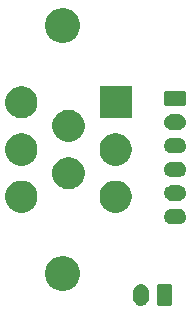
<source format=gts>
G04 #@! TF.GenerationSoftware,KiCad,Pcbnew,5.1.5-52549c5~84~ubuntu18.04.1*
G04 #@! TF.CreationDate,2020-01-14T23:08:30-05:00*
G04 #@! TF.ProjectId,emrax-228-resolver-breakout,656d7261-782d-4323-9238-2d7265736f6c,rev?*
G04 #@! TF.SameCoordinates,Original*
G04 #@! TF.FileFunction,Soldermask,Top*
G04 #@! TF.FilePolarity,Negative*
%FSLAX46Y46*%
G04 Gerber Fmt 4.6, Leading zero omitted, Abs format (unit mm)*
G04 Created by KiCad (PCBNEW 5.1.5-52549c5~84~ubuntu18.04.1) date 2020-01-14 23:08:30*
%MOMM*%
%LPD*%
G04 APERTURE LIST*
%ADD10C,0.100000*%
G04 APERTURE END LIST*
D10*
G36*
X149130618Y-89888420D02*
G01*
X149211400Y-89912925D01*
X149253336Y-89925646D01*
X149366425Y-89986094D01*
X149465554Y-90067446D01*
X149546906Y-90166575D01*
X149607354Y-90279664D01*
X149607355Y-90279668D01*
X149644580Y-90402382D01*
X149654000Y-90498027D01*
X149654000Y-91111973D01*
X149644580Y-91207618D01*
X149617040Y-91298404D01*
X149607354Y-91330336D01*
X149546906Y-91443425D01*
X149465554Y-91542553D01*
X149366424Y-91623906D01*
X149253335Y-91684354D01*
X149221403Y-91694040D01*
X149130617Y-91721580D01*
X149003000Y-91734149D01*
X148875382Y-91721580D01*
X148784596Y-91694040D01*
X148752664Y-91684354D01*
X148639575Y-91623906D01*
X148540447Y-91542554D01*
X148459094Y-91443424D01*
X148398646Y-91330335D01*
X148388960Y-91298403D01*
X148361420Y-91207617D01*
X148352000Y-91111972D01*
X148352000Y-90498027D01*
X148361420Y-90402382D01*
X148398645Y-90279668D01*
X148398645Y-90279667D01*
X148430957Y-90219217D01*
X148459095Y-90166574D01*
X148487072Y-90132484D01*
X148540447Y-90067446D01*
X148639576Y-89986094D01*
X148752665Y-89925646D01*
X148794601Y-89912925D01*
X148875383Y-89888420D01*
X149003000Y-89875851D01*
X149130618Y-89888420D01*
G37*
G36*
X151494242Y-89883404D02*
G01*
X151531337Y-89894657D01*
X151565515Y-89912925D01*
X151595481Y-89937519D01*
X151620075Y-89967485D01*
X151638343Y-90001663D01*
X151649596Y-90038758D01*
X151654000Y-90083474D01*
X151654000Y-91526526D01*
X151649596Y-91571242D01*
X151638343Y-91608337D01*
X151620075Y-91642515D01*
X151595481Y-91672481D01*
X151565515Y-91697075D01*
X151531337Y-91715343D01*
X151494242Y-91726596D01*
X151449526Y-91731000D01*
X150556474Y-91731000D01*
X150511758Y-91726596D01*
X150474663Y-91715343D01*
X150440485Y-91697075D01*
X150410519Y-91672481D01*
X150385925Y-91642515D01*
X150367657Y-91608337D01*
X150356404Y-91571242D01*
X150352000Y-91526526D01*
X150352000Y-90083474D01*
X150356404Y-90038758D01*
X150367657Y-90001663D01*
X150385925Y-89967485D01*
X150410519Y-89937519D01*
X150440485Y-89912925D01*
X150474663Y-89894657D01*
X150511758Y-89883404D01*
X150556474Y-89879000D01*
X151449526Y-89879000D01*
X151494242Y-89883404D01*
G37*
G36*
X142797532Y-87566721D02*
G01*
X143066147Y-87677985D01*
X143307895Y-87839516D01*
X143513484Y-88045105D01*
X143675015Y-88286853D01*
X143786279Y-88555468D01*
X143843000Y-88840625D01*
X143843000Y-89131375D01*
X143786279Y-89416532D01*
X143675015Y-89685147D01*
X143513484Y-89926895D01*
X143307895Y-90132484D01*
X143066147Y-90294015D01*
X142797532Y-90405279D01*
X142512375Y-90462000D01*
X142221625Y-90462000D01*
X141936468Y-90405279D01*
X141667853Y-90294015D01*
X141426105Y-90132484D01*
X141220516Y-89926895D01*
X141058985Y-89685147D01*
X140947721Y-89416532D01*
X140891000Y-89131375D01*
X140891000Y-88840625D01*
X140947721Y-88555468D01*
X141058985Y-88286853D01*
X141220516Y-88045105D01*
X141426105Y-87839516D01*
X141667853Y-87677985D01*
X141936468Y-87566721D01*
X142221625Y-87510000D01*
X142512375Y-87510000D01*
X142797532Y-87566721D01*
G37*
G36*
X152230855Y-83520140D02*
G01*
X152294618Y-83526420D01*
X152385404Y-83553960D01*
X152417336Y-83563646D01*
X152530425Y-83624094D01*
X152629554Y-83705446D01*
X152710906Y-83804575D01*
X152771354Y-83917664D01*
X152771355Y-83917668D01*
X152808580Y-84040382D01*
X152821149Y-84168000D01*
X152808580Y-84295618D01*
X152781040Y-84386404D01*
X152771354Y-84418336D01*
X152710906Y-84531425D01*
X152629554Y-84630554D01*
X152530425Y-84711906D01*
X152417336Y-84772354D01*
X152385404Y-84782040D01*
X152294618Y-84809580D01*
X152230855Y-84815860D01*
X152198974Y-84819000D01*
X151585026Y-84819000D01*
X151553145Y-84815860D01*
X151489382Y-84809580D01*
X151398596Y-84782040D01*
X151366664Y-84772354D01*
X151253575Y-84711906D01*
X151154446Y-84630554D01*
X151073094Y-84531425D01*
X151012646Y-84418336D01*
X151002960Y-84386404D01*
X150975420Y-84295618D01*
X150962851Y-84168000D01*
X150975420Y-84040382D01*
X151012645Y-83917668D01*
X151012646Y-83917664D01*
X151073094Y-83804575D01*
X151154446Y-83705446D01*
X151253575Y-83624094D01*
X151366664Y-83563646D01*
X151398596Y-83553960D01*
X151489382Y-83526420D01*
X151553145Y-83520140D01*
X151585026Y-83517000D01*
X152198974Y-83517000D01*
X152230855Y-83520140D01*
G37*
G36*
X147264717Y-81174898D02*
G01*
X147512858Y-81277681D01*
X147736180Y-81426900D01*
X147926100Y-81616820D01*
X148075319Y-81840142D01*
X148178102Y-82088283D01*
X148230500Y-82351706D01*
X148230500Y-82620294D01*
X148178102Y-82883717D01*
X148075319Y-83131858D01*
X147926100Y-83355180D01*
X147736180Y-83545100D01*
X147512858Y-83694319D01*
X147264717Y-83797102D01*
X147001294Y-83849500D01*
X146732706Y-83849500D01*
X146469283Y-83797102D01*
X146221142Y-83694319D01*
X145997820Y-83545100D01*
X145807900Y-83355180D01*
X145658681Y-83131858D01*
X145555898Y-82883717D01*
X145503500Y-82620294D01*
X145503500Y-82351706D01*
X145555898Y-82088283D01*
X145658681Y-81840142D01*
X145807900Y-81616820D01*
X145997820Y-81426900D01*
X146221142Y-81277681D01*
X146469283Y-81174898D01*
X146732706Y-81122500D01*
X147001294Y-81122500D01*
X147264717Y-81174898D01*
G37*
G36*
X139264717Y-81174898D02*
G01*
X139512858Y-81277681D01*
X139736180Y-81426900D01*
X139926100Y-81616820D01*
X140075319Y-81840142D01*
X140178102Y-82088283D01*
X140230500Y-82351706D01*
X140230500Y-82620294D01*
X140178102Y-82883717D01*
X140075319Y-83131858D01*
X139926100Y-83355180D01*
X139736180Y-83545100D01*
X139512858Y-83694319D01*
X139264717Y-83797102D01*
X139001294Y-83849500D01*
X138732706Y-83849500D01*
X138469283Y-83797102D01*
X138221142Y-83694319D01*
X137997820Y-83545100D01*
X137807900Y-83355180D01*
X137658681Y-83131858D01*
X137555898Y-82883717D01*
X137503500Y-82620294D01*
X137503500Y-82351706D01*
X137555898Y-82088283D01*
X137658681Y-81840142D01*
X137807900Y-81616820D01*
X137997820Y-81426900D01*
X138221142Y-81277681D01*
X138469283Y-81174898D01*
X138732706Y-81122500D01*
X139001294Y-81122500D01*
X139264717Y-81174898D01*
G37*
G36*
X152230855Y-81520140D02*
G01*
X152294618Y-81526420D01*
X152385404Y-81553960D01*
X152417336Y-81563646D01*
X152530425Y-81624094D01*
X152629554Y-81705446D01*
X152710906Y-81804575D01*
X152771354Y-81917664D01*
X152771355Y-81917668D01*
X152808580Y-82040382D01*
X152821149Y-82168000D01*
X152808580Y-82295618D01*
X152781040Y-82386404D01*
X152771354Y-82418336D01*
X152710906Y-82531425D01*
X152629554Y-82630554D01*
X152530425Y-82711906D01*
X152417336Y-82772354D01*
X152385404Y-82782040D01*
X152294618Y-82809580D01*
X152230855Y-82815860D01*
X152198974Y-82819000D01*
X151585026Y-82819000D01*
X151553145Y-82815860D01*
X151489382Y-82809580D01*
X151398596Y-82782040D01*
X151366664Y-82772354D01*
X151253575Y-82711906D01*
X151154446Y-82630554D01*
X151073094Y-82531425D01*
X151012646Y-82418336D01*
X151002960Y-82386404D01*
X150975420Y-82295618D01*
X150962851Y-82168000D01*
X150975420Y-82040382D01*
X151012645Y-81917668D01*
X151012646Y-81917664D01*
X151073094Y-81804575D01*
X151154446Y-81705446D01*
X151253575Y-81624094D01*
X151366664Y-81563646D01*
X151398596Y-81553960D01*
X151489382Y-81526420D01*
X151553145Y-81520140D01*
X151585026Y-81517000D01*
X152198974Y-81517000D01*
X152230855Y-81520140D01*
G37*
G36*
X143264717Y-79174898D02*
G01*
X143512858Y-79277681D01*
X143736180Y-79426900D01*
X143926100Y-79616820D01*
X144075319Y-79840142D01*
X144178102Y-80088283D01*
X144230500Y-80351706D01*
X144230500Y-80620294D01*
X144178102Y-80883717D01*
X144075319Y-81131858D01*
X143926100Y-81355180D01*
X143736180Y-81545100D01*
X143512858Y-81694319D01*
X143264717Y-81797102D01*
X143001294Y-81849500D01*
X142732706Y-81849500D01*
X142469283Y-81797102D01*
X142221142Y-81694319D01*
X141997820Y-81545100D01*
X141807900Y-81355180D01*
X141658681Y-81131858D01*
X141555898Y-80883717D01*
X141503500Y-80620294D01*
X141503500Y-80351706D01*
X141555898Y-80088283D01*
X141658681Y-79840142D01*
X141807900Y-79616820D01*
X141997820Y-79426900D01*
X142221142Y-79277681D01*
X142469283Y-79174898D01*
X142732706Y-79122500D01*
X143001294Y-79122500D01*
X143264717Y-79174898D01*
G37*
G36*
X152230855Y-79520140D02*
G01*
X152294618Y-79526420D01*
X152385404Y-79553960D01*
X152417336Y-79563646D01*
X152530425Y-79624094D01*
X152629554Y-79705446D01*
X152710906Y-79804575D01*
X152771354Y-79917664D01*
X152771355Y-79917668D01*
X152808580Y-80040382D01*
X152821149Y-80168000D01*
X152808580Y-80295618D01*
X152781040Y-80386404D01*
X152771354Y-80418336D01*
X152710906Y-80531425D01*
X152629554Y-80630554D01*
X152530425Y-80711906D01*
X152417336Y-80772354D01*
X152385404Y-80782040D01*
X152294618Y-80809580D01*
X152230855Y-80815860D01*
X152198974Y-80819000D01*
X151585026Y-80819000D01*
X151553145Y-80815860D01*
X151489382Y-80809580D01*
X151398596Y-80782040D01*
X151366664Y-80772354D01*
X151253575Y-80711906D01*
X151154446Y-80630554D01*
X151073094Y-80531425D01*
X151012646Y-80418336D01*
X151002960Y-80386404D01*
X150975420Y-80295618D01*
X150962851Y-80168000D01*
X150975420Y-80040382D01*
X151012645Y-79917668D01*
X151012646Y-79917664D01*
X151073094Y-79804575D01*
X151154446Y-79705446D01*
X151253575Y-79624094D01*
X151366664Y-79563646D01*
X151398596Y-79553960D01*
X151489382Y-79526420D01*
X151553145Y-79520140D01*
X151585026Y-79517000D01*
X152198974Y-79517000D01*
X152230855Y-79520140D01*
G37*
G36*
X147264717Y-77174898D02*
G01*
X147512858Y-77277681D01*
X147736180Y-77426900D01*
X147926100Y-77616820D01*
X148075319Y-77840142D01*
X148178102Y-78088283D01*
X148230500Y-78351706D01*
X148230500Y-78620294D01*
X148178102Y-78883717D01*
X148075319Y-79131858D01*
X147926100Y-79355180D01*
X147736180Y-79545100D01*
X147512858Y-79694319D01*
X147264717Y-79797102D01*
X147001294Y-79849500D01*
X146732706Y-79849500D01*
X146469283Y-79797102D01*
X146221142Y-79694319D01*
X145997820Y-79545100D01*
X145807900Y-79355180D01*
X145658681Y-79131858D01*
X145555898Y-78883717D01*
X145503500Y-78620294D01*
X145503500Y-78351706D01*
X145555898Y-78088283D01*
X145658681Y-77840142D01*
X145807900Y-77616820D01*
X145997820Y-77426900D01*
X146221142Y-77277681D01*
X146469283Y-77174898D01*
X146732706Y-77122500D01*
X147001294Y-77122500D01*
X147264717Y-77174898D01*
G37*
G36*
X139264717Y-77174898D02*
G01*
X139512858Y-77277681D01*
X139736180Y-77426900D01*
X139926100Y-77616820D01*
X140075319Y-77840142D01*
X140178102Y-78088283D01*
X140230500Y-78351706D01*
X140230500Y-78620294D01*
X140178102Y-78883717D01*
X140075319Y-79131858D01*
X139926100Y-79355180D01*
X139736180Y-79545100D01*
X139512858Y-79694319D01*
X139264717Y-79797102D01*
X139001294Y-79849500D01*
X138732706Y-79849500D01*
X138469283Y-79797102D01*
X138221142Y-79694319D01*
X137997820Y-79545100D01*
X137807900Y-79355180D01*
X137658681Y-79131858D01*
X137555898Y-78883717D01*
X137503500Y-78620294D01*
X137503500Y-78351706D01*
X137555898Y-78088283D01*
X137658681Y-77840142D01*
X137807900Y-77616820D01*
X137997820Y-77426900D01*
X138221142Y-77277681D01*
X138469283Y-77174898D01*
X138732706Y-77122500D01*
X139001294Y-77122500D01*
X139264717Y-77174898D01*
G37*
G36*
X152230855Y-77520140D02*
G01*
X152294618Y-77526420D01*
X152385404Y-77553960D01*
X152417336Y-77563646D01*
X152530425Y-77624094D01*
X152629554Y-77705446D01*
X152710906Y-77804575D01*
X152771354Y-77917664D01*
X152771355Y-77917668D01*
X152808580Y-78040382D01*
X152821149Y-78168000D01*
X152808580Y-78295618D01*
X152781040Y-78386404D01*
X152771354Y-78418336D01*
X152710906Y-78531425D01*
X152629554Y-78630554D01*
X152530425Y-78711906D01*
X152417336Y-78772354D01*
X152385404Y-78782040D01*
X152294618Y-78809580D01*
X152230855Y-78815860D01*
X152198974Y-78819000D01*
X151585026Y-78819000D01*
X151553145Y-78815860D01*
X151489382Y-78809580D01*
X151398596Y-78782040D01*
X151366664Y-78772354D01*
X151253575Y-78711906D01*
X151154446Y-78630554D01*
X151073094Y-78531425D01*
X151012646Y-78418336D01*
X151002960Y-78386404D01*
X150975420Y-78295618D01*
X150962851Y-78168000D01*
X150975420Y-78040382D01*
X151012645Y-77917668D01*
X151012646Y-77917664D01*
X151073094Y-77804575D01*
X151154446Y-77705446D01*
X151253575Y-77624094D01*
X151366664Y-77563646D01*
X151398596Y-77553960D01*
X151489382Y-77526420D01*
X151553145Y-77520140D01*
X151585026Y-77517000D01*
X152198974Y-77517000D01*
X152230855Y-77520140D01*
G37*
G36*
X143264717Y-75174898D02*
G01*
X143512858Y-75277681D01*
X143736180Y-75426900D01*
X143926100Y-75616820D01*
X144075319Y-75840142D01*
X144178102Y-76088283D01*
X144230500Y-76351706D01*
X144230500Y-76620294D01*
X144178102Y-76883717D01*
X144075319Y-77131858D01*
X143926100Y-77355180D01*
X143736180Y-77545100D01*
X143512858Y-77694319D01*
X143264717Y-77797102D01*
X143001294Y-77849500D01*
X142732706Y-77849500D01*
X142469283Y-77797102D01*
X142221142Y-77694319D01*
X141997820Y-77545100D01*
X141807900Y-77355180D01*
X141658681Y-77131858D01*
X141555898Y-76883717D01*
X141503500Y-76620294D01*
X141503500Y-76351706D01*
X141555898Y-76088283D01*
X141658681Y-75840142D01*
X141807900Y-75616820D01*
X141997820Y-75426900D01*
X142221142Y-75277681D01*
X142469283Y-75174898D01*
X142732706Y-75122500D01*
X143001294Y-75122500D01*
X143264717Y-75174898D01*
G37*
G36*
X152230855Y-75520140D02*
G01*
X152294618Y-75526420D01*
X152385404Y-75553960D01*
X152417336Y-75563646D01*
X152530425Y-75624094D01*
X152629554Y-75705446D01*
X152710906Y-75804575D01*
X152771354Y-75917664D01*
X152771355Y-75917668D01*
X152808580Y-76040382D01*
X152821149Y-76168000D01*
X152808580Y-76295618D01*
X152781040Y-76386404D01*
X152771354Y-76418336D01*
X152710906Y-76531425D01*
X152629554Y-76630554D01*
X152530425Y-76711906D01*
X152417336Y-76772354D01*
X152385404Y-76782040D01*
X152294618Y-76809580D01*
X152230855Y-76815860D01*
X152198974Y-76819000D01*
X151585026Y-76819000D01*
X151553145Y-76815860D01*
X151489382Y-76809580D01*
X151398596Y-76782040D01*
X151366664Y-76772354D01*
X151253575Y-76711906D01*
X151154446Y-76630554D01*
X151073094Y-76531425D01*
X151012646Y-76418336D01*
X151002960Y-76386404D01*
X150975420Y-76295618D01*
X150962851Y-76168000D01*
X150975420Y-76040382D01*
X151012645Y-75917668D01*
X151012646Y-75917664D01*
X151073094Y-75804575D01*
X151154446Y-75705446D01*
X151253575Y-75624094D01*
X151366664Y-75563646D01*
X151398596Y-75553960D01*
X151489382Y-75526420D01*
X151553145Y-75520140D01*
X151585026Y-75517000D01*
X152198974Y-75517000D01*
X152230855Y-75520140D01*
G37*
G36*
X139264717Y-73174898D02*
G01*
X139512858Y-73277681D01*
X139736180Y-73426900D01*
X139926100Y-73616820D01*
X140075319Y-73840142D01*
X140178102Y-74088283D01*
X140230500Y-74351706D01*
X140230500Y-74620294D01*
X140178102Y-74883717D01*
X140075319Y-75131858D01*
X139926100Y-75355180D01*
X139736180Y-75545100D01*
X139512858Y-75694319D01*
X139264717Y-75797102D01*
X139001294Y-75849500D01*
X138732706Y-75849500D01*
X138469283Y-75797102D01*
X138221142Y-75694319D01*
X137997820Y-75545100D01*
X137807900Y-75355180D01*
X137658681Y-75131858D01*
X137555898Y-74883717D01*
X137503500Y-74620294D01*
X137503500Y-74351706D01*
X137555898Y-74088283D01*
X137658681Y-73840142D01*
X137807900Y-73616820D01*
X137997820Y-73426900D01*
X138221142Y-73277681D01*
X138469283Y-73174898D01*
X138732706Y-73122500D01*
X139001294Y-73122500D01*
X139264717Y-73174898D01*
G37*
G36*
X148230500Y-75849500D02*
G01*
X145503500Y-75849500D01*
X145503500Y-73122500D01*
X148230500Y-73122500D01*
X148230500Y-75849500D01*
G37*
G36*
X152658242Y-73521404D02*
G01*
X152695337Y-73532657D01*
X152729515Y-73550925D01*
X152759481Y-73575519D01*
X152784075Y-73605485D01*
X152802343Y-73639663D01*
X152813596Y-73676758D01*
X152818000Y-73721474D01*
X152818000Y-74614526D01*
X152813596Y-74659242D01*
X152802343Y-74696337D01*
X152784075Y-74730515D01*
X152759481Y-74760481D01*
X152729515Y-74785075D01*
X152695337Y-74803343D01*
X152658242Y-74814596D01*
X152613526Y-74819000D01*
X151170474Y-74819000D01*
X151125758Y-74814596D01*
X151088663Y-74803343D01*
X151054485Y-74785075D01*
X151024519Y-74760481D01*
X150999925Y-74730515D01*
X150981657Y-74696337D01*
X150970404Y-74659242D01*
X150966000Y-74614526D01*
X150966000Y-73721474D01*
X150970404Y-73676758D01*
X150981657Y-73639663D01*
X150999925Y-73605485D01*
X151024519Y-73575519D01*
X151054485Y-73550925D01*
X151088663Y-73532657D01*
X151125758Y-73521404D01*
X151170474Y-73517000D01*
X152613526Y-73517000D01*
X152658242Y-73521404D01*
G37*
G36*
X142797532Y-66566721D02*
G01*
X143066147Y-66677985D01*
X143307895Y-66839516D01*
X143513484Y-67045105D01*
X143675015Y-67286853D01*
X143786279Y-67555468D01*
X143843000Y-67840625D01*
X143843000Y-68131375D01*
X143786279Y-68416532D01*
X143675015Y-68685147D01*
X143513484Y-68926895D01*
X143307895Y-69132484D01*
X143066147Y-69294015D01*
X142797532Y-69405279D01*
X142512375Y-69462000D01*
X142221625Y-69462000D01*
X141936468Y-69405279D01*
X141667853Y-69294015D01*
X141426105Y-69132484D01*
X141220516Y-68926895D01*
X141058985Y-68685147D01*
X140947721Y-68416532D01*
X140891000Y-68131375D01*
X140891000Y-67840625D01*
X140947721Y-67555468D01*
X141058985Y-67286853D01*
X141220516Y-67045105D01*
X141426105Y-66839516D01*
X141667853Y-66677985D01*
X141936468Y-66566721D01*
X142221625Y-66510000D01*
X142512375Y-66510000D01*
X142797532Y-66566721D01*
G37*
M02*

</source>
